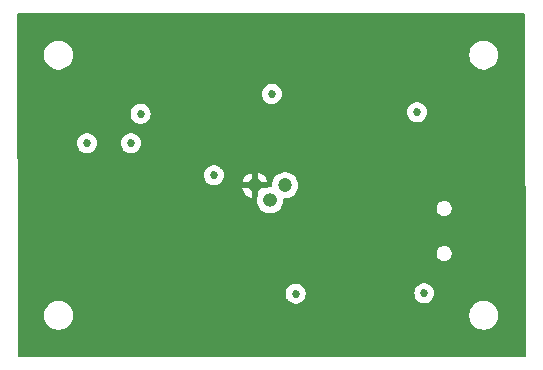
<source format=gbr>
%TF.GenerationSoftware,KiCad,Pcbnew,8.0.2*%
%TF.CreationDate,2025-01-07T16:45:10-05:00*%
%TF.ProjectId,Transimpedence,5472616e-7369-46d7-9065-64656e63652e,rev?*%
%TF.SameCoordinates,Original*%
%TF.FileFunction,Copper,L2,Inr*%
%TF.FilePolarity,Positive*%
%FSLAX46Y46*%
G04 Gerber Fmt 4.6, Leading zero omitted, Abs format (unit mm)*
G04 Created by KiCad (PCBNEW 8.0.2) date 2025-01-07 16:45:10*
%MOMM*%
%LPD*%
G01*
G04 APERTURE LIST*
%TA.AperFunction,ComponentPad*%
%ADD10O,1.200000X1.200000*%
%TD*%
%TA.AperFunction,ComponentPad*%
%ADD11C,1.200000*%
%TD*%
%TA.AperFunction,ViaPad*%
%ADD12C,0.685800*%
%TD*%
G04 APERTURE END LIST*
D10*
%TO.N,GND*%
%TO.C,LD1*%
X40640000Y-35001200D03*
D11*
%TO.N,Net-(U1B--)*%
X43180000Y-35001200D03*
D10*
%TO.N,1.65V*%
X41910000Y-36271200D03*
%TD*%
D12*
%TO.N,GND*%
X54356000Y-26756488D03*
X46990000Y-38862000D03*
X50038000Y-38862000D03*
X26339800Y-33528000D03*
X48514000Y-38862000D03*
X31719448Y-32565276D03*
%TO.N,3.3V*%
X30125000Y-31450000D03*
X54356000Y-28829000D03*
X26390600Y-31445200D03*
X44069000Y-44170600D03*
X37134800Y-34163000D03*
X42050000Y-27275000D03*
X30940125Y-28956000D03*
X54965600Y-44145200D03*
%TD*%
%TA.AperFunction,Conductor*%
%TO.N,GND*%
G36*
X63420623Y-20424085D02*
G01*
X63466378Y-20476889D01*
X63477583Y-20527975D01*
X63576732Y-49429975D01*
X63557278Y-49497081D01*
X63504631Y-49543017D01*
X63452733Y-49554400D01*
X20700734Y-49554400D01*
X20633695Y-49534715D01*
X20587940Y-49481911D01*
X20576735Y-49430825D01*
X20567172Y-46643349D01*
X20564634Y-45903388D01*
X22772500Y-45903388D01*
X22772500Y-46096611D01*
X22802725Y-46287441D01*
X22862429Y-46471194D01*
X22950147Y-46643349D01*
X23063715Y-46799663D01*
X23200336Y-46936284D01*
X23356650Y-47049852D01*
X23528805Y-47137570D01*
X23620681Y-47167422D01*
X23712560Y-47197275D01*
X23800943Y-47211273D01*
X23903389Y-47227500D01*
X23903394Y-47227500D01*
X24096611Y-47227500D01*
X24189123Y-47212846D01*
X24287440Y-47197275D01*
X24471197Y-47137569D01*
X24643350Y-47049852D01*
X24799663Y-46936285D01*
X24936285Y-46799663D01*
X25049852Y-46643350D01*
X25137569Y-46471197D01*
X25197275Y-46287440D01*
X25212846Y-46189123D01*
X25227500Y-46096611D01*
X25227500Y-45903388D01*
X58772500Y-45903388D01*
X58772500Y-46096611D01*
X58802725Y-46287441D01*
X58862429Y-46471194D01*
X58950147Y-46643349D01*
X59063715Y-46799663D01*
X59200336Y-46936284D01*
X59356650Y-47049852D01*
X59528805Y-47137570D01*
X59620681Y-47167422D01*
X59712560Y-47197275D01*
X59800943Y-47211273D01*
X59903389Y-47227500D01*
X59903394Y-47227500D01*
X60096611Y-47227500D01*
X60189123Y-47212846D01*
X60287440Y-47197275D01*
X60471197Y-47137569D01*
X60643350Y-47049852D01*
X60799663Y-46936285D01*
X60936285Y-46799663D01*
X61049852Y-46643350D01*
X61137569Y-46471197D01*
X61197275Y-46287440D01*
X61212846Y-46189123D01*
X61227500Y-46096611D01*
X61227500Y-45903388D01*
X61209916Y-45792373D01*
X61197275Y-45712560D01*
X61137569Y-45528803D01*
X61049852Y-45356650D01*
X60936285Y-45200337D01*
X60799663Y-45063715D01*
X60680499Y-44977138D01*
X60643349Y-44950147D01*
X60471194Y-44862429D01*
X60287441Y-44802725D01*
X60096611Y-44772500D01*
X60096606Y-44772500D01*
X59903394Y-44772500D01*
X59903389Y-44772500D01*
X59712558Y-44802725D01*
X59528805Y-44862429D01*
X59356650Y-44950147D01*
X59200336Y-45063715D01*
X59063715Y-45200336D01*
X58950147Y-45356650D01*
X58862429Y-45528805D01*
X58802725Y-45712558D01*
X58772500Y-45903388D01*
X25227500Y-45903388D01*
X25209916Y-45792373D01*
X25197275Y-45712560D01*
X25137569Y-45528803D01*
X25049852Y-45356650D01*
X24936285Y-45200337D01*
X24799663Y-45063715D01*
X24680499Y-44977138D01*
X24643349Y-44950147D01*
X24471194Y-44862429D01*
X24287441Y-44802725D01*
X24096611Y-44772500D01*
X24096606Y-44772500D01*
X23903394Y-44772500D01*
X23903389Y-44772500D01*
X23712558Y-44802725D01*
X23528805Y-44862429D01*
X23356650Y-44950147D01*
X23200336Y-45063715D01*
X23063715Y-45200336D01*
X22950147Y-45356650D01*
X22862429Y-45528805D01*
X22802725Y-45712558D01*
X22772500Y-45903388D01*
X20564634Y-45903388D01*
X20558690Y-44170600D01*
X43220954Y-44170600D01*
X43239486Y-44346920D01*
X43239487Y-44346922D01*
X43294271Y-44515533D01*
X43294272Y-44515534D01*
X43367450Y-44642282D01*
X43382916Y-44669069D01*
X43430414Y-44721821D01*
X43501543Y-44800819D01*
X43529973Y-44821474D01*
X43644977Y-44905029D01*
X43806933Y-44977138D01*
X43806936Y-44977138D01*
X43806939Y-44977140D01*
X43980355Y-45014000D01*
X44157645Y-45014000D01*
X44331061Y-44977140D01*
X44331064Y-44977138D01*
X44331066Y-44977138D01*
X44363869Y-44962532D01*
X44493023Y-44905029D01*
X44636454Y-44800821D01*
X44755084Y-44669069D01*
X44843729Y-44515531D01*
X44898514Y-44346919D01*
X44917046Y-44170600D01*
X44914376Y-44145200D01*
X54117554Y-44145200D01*
X54136086Y-44321520D01*
X54136087Y-44321522D01*
X54190871Y-44490133D01*
X54190872Y-44490134D01*
X54205537Y-44515534D01*
X54279516Y-44643669D01*
X54327014Y-44696421D01*
X54398143Y-44775419D01*
X54398146Y-44775421D01*
X54541577Y-44879629D01*
X54703533Y-44951738D01*
X54703536Y-44951738D01*
X54703539Y-44951740D01*
X54876955Y-44988600D01*
X55054245Y-44988600D01*
X55227661Y-44951740D01*
X55227664Y-44951738D01*
X55227666Y-44951738D01*
X55260469Y-44937132D01*
X55389623Y-44879629D01*
X55533054Y-44775421D01*
X55651684Y-44643669D01*
X55740329Y-44490131D01*
X55795114Y-44321519D01*
X55813646Y-44145200D01*
X55795114Y-43968881D01*
X55740329Y-43800269D01*
X55740328Y-43800268D01*
X55740328Y-43800266D01*
X55740327Y-43800265D01*
X55666349Y-43672132D01*
X55651684Y-43646731D01*
X55598277Y-43587417D01*
X55533056Y-43514980D01*
X55424582Y-43436170D01*
X55389623Y-43410771D01*
X55389621Y-43410770D01*
X55389622Y-43410770D01*
X55227666Y-43338661D01*
X55227658Y-43338659D01*
X55054245Y-43301800D01*
X54876955Y-43301800D01*
X54703541Y-43338659D01*
X54703533Y-43338661D01*
X54541578Y-43410770D01*
X54398143Y-43514980D01*
X54279515Y-43646732D01*
X54190872Y-43800265D01*
X54190871Y-43800266D01*
X54136087Y-43968877D01*
X54136086Y-43968879D01*
X54117554Y-44145200D01*
X44914376Y-44145200D01*
X44898514Y-43994281D01*
X44843729Y-43825669D01*
X44843728Y-43825668D01*
X44843728Y-43825666D01*
X44843727Y-43825665D01*
X44812798Y-43772095D01*
X44755084Y-43672131D01*
X44701677Y-43612817D01*
X44636456Y-43540380D01*
X44564738Y-43488275D01*
X44493023Y-43436171D01*
X44493021Y-43436170D01*
X44493022Y-43436170D01*
X44331066Y-43364061D01*
X44331058Y-43364059D01*
X44157645Y-43327200D01*
X43980355Y-43327200D01*
X43806941Y-43364059D01*
X43806933Y-43364061D01*
X43644978Y-43436170D01*
X43501543Y-43540380D01*
X43382915Y-43672132D01*
X43294272Y-43825665D01*
X43294271Y-43825666D01*
X43239487Y-43994277D01*
X43239486Y-43994279D01*
X43220954Y-44170600D01*
X20558690Y-44170600D01*
X20546798Y-40704207D01*
X56004500Y-40704207D01*
X56004500Y-40829792D01*
X56028996Y-40952944D01*
X56028999Y-40952955D01*
X56077050Y-41068963D01*
X56077057Y-41068976D01*
X56146820Y-41173382D01*
X56146823Y-41173386D01*
X56235613Y-41262176D01*
X56235617Y-41262179D01*
X56340023Y-41331942D01*
X56340036Y-41331949D01*
X56409640Y-41360779D01*
X56456048Y-41380002D01*
X56579207Y-41404499D01*
X56579211Y-41404500D01*
X56579212Y-41404500D01*
X56704789Y-41404500D01*
X56704790Y-41404499D01*
X56827952Y-41380002D01*
X56943970Y-41331946D01*
X57048383Y-41262179D01*
X57137179Y-41173383D01*
X57206946Y-41068970D01*
X57255002Y-40952952D01*
X57279500Y-40829788D01*
X57279500Y-40704212D01*
X57255002Y-40581048D01*
X57235779Y-40534640D01*
X57206949Y-40465036D01*
X57206942Y-40465023D01*
X57137179Y-40360617D01*
X57137176Y-40360613D01*
X57048386Y-40271823D01*
X57048382Y-40271820D01*
X56943976Y-40202057D01*
X56943963Y-40202050D01*
X56827955Y-40153999D01*
X56827953Y-40153998D01*
X56827952Y-40153998D01*
X56827949Y-40153997D01*
X56827944Y-40153996D01*
X56704792Y-40129500D01*
X56704788Y-40129500D01*
X56579212Y-40129500D01*
X56579207Y-40129500D01*
X56456055Y-40153996D01*
X56456044Y-40153999D01*
X56340036Y-40202050D01*
X56340023Y-40202057D01*
X56235617Y-40271820D01*
X56235613Y-40271823D01*
X56146823Y-40360613D01*
X56146820Y-40360617D01*
X56077057Y-40465023D01*
X56077050Y-40465036D01*
X56028999Y-40581044D01*
X56028996Y-40581055D01*
X56004500Y-40704207D01*
X20546798Y-40704207D01*
X20532287Y-36474282D01*
X20531590Y-36271199D01*
X40804785Y-36271199D01*
X40804785Y-36271200D01*
X40823602Y-36474282D01*
X40879417Y-36670447D01*
X40879422Y-36670460D01*
X40970327Y-36853021D01*
X41093237Y-37015781D01*
X41243958Y-37153180D01*
X41243960Y-37153182D01*
X41343141Y-37214592D01*
X41417363Y-37260548D01*
X41607544Y-37334224D01*
X41808024Y-37371700D01*
X41808026Y-37371700D01*
X42011974Y-37371700D01*
X42011976Y-37371700D01*
X42212456Y-37334224D01*
X42402637Y-37260548D01*
X42576041Y-37153181D01*
X42726764Y-37015779D01*
X42818571Y-36894207D01*
X56004500Y-36894207D01*
X56004500Y-37019792D01*
X56028996Y-37142944D01*
X56028999Y-37142955D01*
X56077050Y-37258963D01*
X56077057Y-37258976D01*
X56146820Y-37363382D01*
X56146823Y-37363386D01*
X56235613Y-37452176D01*
X56235617Y-37452179D01*
X56340023Y-37521942D01*
X56340036Y-37521949D01*
X56409640Y-37550779D01*
X56456048Y-37570002D01*
X56579207Y-37594499D01*
X56579211Y-37594500D01*
X56579212Y-37594500D01*
X56704789Y-37594500D01*
X56704790Y-37594499D01*
X56827952Y-37570002D01*
X56943970Y-37521946D01*
X57048383Y-37452179D01*
X57137179Y-37363383D01*
X57206946Y-37258970D01*
X57255002Y-37142952D01*
X57279500Y-37019788D01*
X57279500Y-36894212D01*
X57255002Y-36771048D01*
X57235779Y-36724640D01*
X57206949Y-36655036D01*
X57206942Y-36655023D01*
X57137179Y-36550617D01*
X57137176Y-36550613D01*
X57048386Y-36461823D01*
X57048382Y-36461820D01*
X56943976Y-36392057D01*
X56943963Y-36392050D01*
X56827955Y-36343999D01*
X56827953Y-36343998D01*
X56827952Y-36343998D01*
X56827949Y-36343997D01*
X56827944Y-36343996D01*
X56704792Y-36319500D01*
X56704788Y-36319500D01*
X56579212Y-36319500D01*
X56579207Y-36319500D01*
X56456055Y-36343996D01*
X56456044Y-36343999D01*
X56340036Y-36392050D01*
X56340023Y-36392057D01*
X56235617Y-36461820D01*
X56235613Y-36461823D01*
X56146823Y-36550613D01*
X56146820Y-36550617D01*
X56077057Y-36655023D01*
X56077050Y-36655036D01*
X56028999Y-36771044D01*
X56028996Y-36771055D01*
X56004500Y-36894207D01*
X42818571Y-36894207D01*
X42849673Y-36853021D01*
X42940582Y-36670450D01*
X42996397Y-36474283D01*
X43015215Y-36271200D01*
X43012059Y-36237141D01*
X43025474Y-36168572D01*
X43073831Y-36118140D01*
X43135530Y-36101700D01*
X43281974Y-36101700D01*
X43281976Y-36101700D01*
X43482456Y-36064224D01*
X43672637Y-35990548D01*
X43846041Y-35883181D01*
X43996764Y-35745779D01*
X44119673Y-35583021D01*
X44210582Y-35400450D01*
X44266397Y-35204283D01*
X44285215Y-35001200D01*
X44266397Y-34798117D01*
X44210582Y-34601950D01*
X44119673Y-34419379D01*
X43996764Y-34256621D01*
X43996762Y-34256618D01*
X43846041Y-34119219D01*
X43846039Y-34119217D01*
X43672642Y-34011855D01*
X43672635Y-34011851D01*
X43483700Y-33938658D01*
X43482456Y-33938176D01*
X43281976Y-33900700D01*
X43078024Y-33900700D01*
X42877544Y-33938176D01*
X42877541Y-33938176D01*
X42877541Y-33938177D01*
X42687364Y-34011851D01*
X42687357Y-34011855D01*
X42513960Y-34119217D01*
X42513958Y-34119219D01*
X42363237Y-34256618D01*
X42240327Y-34419378D01*
X42149422Y-34601939D01*
X42149417Y-34601952D01*
X42093602Y-34798117D01*
X42074785Y-35001199D01*
X42074785Y-35001200D01*
X42077941Y-35035259D01*
X42064526Y-35103828D01*
X42016169Y-35154260D01*
X41954470Y-35170700D01*
X41808024Y-35170700D01*
X41656739Y-35198979D01*
X41607538Y-35208177D01*
X41518097Y-35242827D01*
X41473304Y-35251200D01*
X40890000Y-35251200D01*
X40890000Y-35821533D01*
X40879601Y-35865866D01*
X40881491Y-35866598D01*
X40879419Y-35871946D01*
X40823602Y-36068117D01*
X40804785Y-36271199D01*
X20531590Y-36271199D01*
X20528091Y-35251200D01*
X39567472Y-35251200D01*
X39609885Y-35400265D01*
X39609890Y-35400278D01*
X39700754Y-35582756D01*
X39823608Y-35745442D01*
X39974260Y-35882778D01*
X40147584Y-35990097D01*
X40337678Y-36063739D01*
X40390000Y-36073520D01*
X40390000Y-35251200D01*
X39567472Y-35251200D01*
X20528091Y-35251200D01*
X20524358Y-34163000D01*
X36286754Y-34163000D01*
X36305286Y-34339320D01*
X36305287Y-34339322D01*
X36360071Y-34507933D01*
X36360072Y-34507934D01*
X36414346Y-34601939D01*
X36448716Y-34661469D01*
X36496214Y-34714221D01*
X36567343Y-34793219D01*
X36567346Y-34793221D01*
X36710777Y-34897429D01*
X36872733Y-34969538D01*
X36872736Y-34969538D01*
X36872739Y-34969540D01*
X37046155Y-35006400D01*
X37223445Y-35006400D01*
X37396861Y-34969540D01*
X37396864Y-34969538D01*
X37396866Y-34969538D01*
X37429242Y-34955122D01*
X40290000Y-34955122D01*
X40290000Y-35047278D01*
X40313852Y-35136295D01*
X40359930Y-35216105D01*
X40425095Y-35281270D01*
X40504905Y-35327348D01*
X40593922Y-35351200D01*
X40686078Y-35351200D01*
X40775095Y-35327348D01*
X40854905Y-35281270D01*
X40920070Y-35216105D01*
X40966148Y-35136295D01*
X40990000Y-35047278D01*
X40990000Y-34955122D01*
X40966148Y-34866105D01*
X40920070Y-34786295D01*
X40854905Y-34721130D01*
X40775095Y-34675052D01*
X40686078Y-34651200D01*
X40593922Y-34651200D01*
X40504905Y-34675052D01*
X40425095Y-34721130D01*
X40359930Y-34786295D01*
X40313852Y-34866105D01*
X40290000Y-34955122D01*
X37429242Y-34955122D01*
X37429669Y-34954932D01*
X37558823Y-34897429D01*
X37702254Y-34793221D01*
X37740091Y-34751199D01*
X39567471Y-34751199D01*
X39567472Y-34751200D01*
X40390000Y-34751200D01*
X40390000Y-33928879D01*
X40890000Y-33928879D01*
X40890000Y-34751200D01*
X41712528Y-34751200D01*
X41712528Y-34751199D01*
X41670114Y-34602134D01*
X41670109Y-34602121D01*
X41579245Y-34419643D01*
X41456391Y-34256957D01*
X41305739Y-34119621D01*
X41132413Y-34012301D01*
X40942315Y-33938658D01*
X40942309Y-33938656D01*
X40890001Y-33928877D01*
X40890000Y-33928879D01*
X40390000Y-33928879D01*
X40389998Y-33928877D01*
X40337690Y-33938656D01*
X40337684Y-33938658D01*
X40147586Y-34012301D01*
X39974260Y-34119621D01*
X39823608Y-34256957D01*
X39700754Y-34419643D01*
X39609890Y-34602121D01*
X39609885Y-34602134D01*
X39567471Y-34751199D01*
X37740091Y-34751199D01*
X37820884Y-34661469D01*
X37909529Y-34507931D01*
X37964314Y-34339319D01*
X37982846Y-34163000D01*
X37964314Y-33986681D01*
X37909529Y-33818069D01*
X37909528Y-33818068D01*
X37909528Y-33818066D01*
X37909527Y-33818065D01*
X37878598Y-33764495D01*
X37820884Y-33664531D01*
X37767477Y-33605217D01*
X37702256Y-33532780D01*
X37630538Y-33480675D01*
X37558823Y-33428571D01*
X37558821Y-33428570D01*
X37558822Y-33428570D01*
X37396866Y-33356461D01*
X37396858Y-33356459D01*
X37223445Y-33319600D01*
X37046155Y-33319600D01*
X36872741Y-33356459D01*
X36872733Y-33356461D01*
X36710778Y-33428570D01*
X36567343Y-33532780D01*
X36448715Y-33664532D01*
X36360072Y-33818065D01*
X36360071Y-33818066D01*
X36305287Y-33986677D01*
X36305286Y-33986679D01*
X36286754Y-34163000D01*
X20524358Y-34163000D01*
X20515035Y-31445200D01*
X25542554Y-31445200D01*
X25561086Y-31621520D01*
X25561087Y-31621522D01*
X25615871Y-31790133D01*
X25615872Y-31790134D01*
X25689050Y-31916882D01*
X25704516Y-31943669D01*
X25752014Y-31996421D01*
X25823143Y-32075419D01*
X25851573Y-32096074D01*
X25966577Y-32179629D01*
X26128533Y-32251738D01*
X26128536Y-32251738D01*
X26128539Y-32251740D01*
X26301955Y-32288600D01*
X26479245Y-32288600D01*
X26652661Y-32251740D01*
X26652664Y-32251738D01*
X26652666Y-32251738D01*
X26685469Y-32237132D01*
X26814623Y-32179629D01*
X26958054Y-32075421D01*
X27076684Y-31943669D01*
X27165329Y-31790131D01*
X27220114Y-31621519D01*
X27238141Y-31450000D01*
X29276954Y-31450000D01*
X29295486Y-31626320D01*
X29295487Y-31626322D01*
X29350271Y-31794933D01*
X29350272Y-31794934D01*
X29423450Y-31921682D01*
X29438916Y-31948469D01*
X29486414Y-32001221D01*
X29557543Y-32080219D01*
X29557546Y-32080221D01*
X29700977Y-32184429D01*
X29862933Y-32256538D01*
X29862936Y-32256538D01*
X29862939Y-32256540D01*
X30036355Y-32293400D01*
X30213645Y-32293400D01*
X30387061Y-32256540D01*
X30387064Y-32256538D01*
X30387066Y-32256538D01*
X30419869Y-32241932D01*
X30549023Y-32184429D01*
X30692454Y-32080221D01*
X30811084Y-31948469D01*
X30899729Y-31794931D01*
X30954514Y-31626319D01*
X30973046Y-31450000D01*
X30954514Y-31273681D01*
X30899729Y-31105069D01*
X30899728Y-31105068D01*
X30899728Y-31105066D01*
X30899727Y-31105065D01*
X30868798Y-31051495D01*
X30811084Y-30951531D01*
X30757677Y-30892217D01*
X30692456Y-30819780D01*
X30620738Y-30767675D01*
X30549023Y-30715571D01*
X30549021Y-30715570D01*
X30549022Y-30715570D01*
X30387066Y-30643461D01*
X30387058Y-30643459D01*
X30213645Y-30606600D01*
X30036355Y-30606600D01*
X29862941Y-30643459D01*
X29862933Y-30643461D01*
X29700978Y-30715570D01*
X29557543Y-30819780D01*
X29438915Y-30951532D01*
X29350272Y-31105065D01*
X29350271Y-31105066D01*
X29295487Y-31273677D01*
X29295486Y-31273679D01*
X29276954Y-31450000D01*
X27238141Y-31450000D01*
X27238646Y-31445200D01*
X27220114Y-31268881D01*
X27165329Y-31100269D01*
X27165328Y-31100268D01*
X27165328Y-31100266D01*
X27165327Y-31100265D01*
X27134398Y-31046695D01*
X27076684Y-30946731D01*
X27023277Y-30887417D01*
X26958056Y-30814980D01*
X26886338Y-30762875D01*
X26814623Y-30710771D01*
X26814621Y-30710770D01*
X26814622Y-30710770D01*
X26652666Y-30638661D01*
X26652658Y-30638659D01*
X26479245Y-30601800D01*
X26301955Y-30601800D01*
X26128541Y-30638659D01*
X26128533Y-30638661D01*
X25966578Y-30710770D01*
X25823143Y-30814980D01*
X25704515Y-30946732D01*
X25615872Y-31100265D01*
X25615871Y-31100266D01*
X25561087Y-31268877D01*
X25561086Y-31268879D01*
X25542554Y-31445200D01*
X20515035Y-31445200D01*
X20506496Y-28956000D01*
X30092079Y-28956000D01*
X30110611Y-29132320D01*
X30110612Y-29132322D01*
X30165396Y-29300933D01*
X30165397Y-29300934D01*
X30238575Y-29427682D01*
X30254041Y-29454469D01*
X30258320Y-29459221D01*
X30372668Y-29586219D01*
X30372671Y-29586221D01*
X30516102Y-29690429D01*
X30678058Y-29762538D01*
X30678061Y-29762538D01*
X30678064Y-29762540D01*
X30851480Y-29799400D01*
X31028770Y-29799400D01*
X31202186Y-29762540D01*
X31202189Y-29762538D01*
X31202191Y-29762538D01*
X31234994Y-29747932D01*
X31364148Y-29690429D01*
X31507579Y-29586221D01*
X31626209Y-29454469D01*
X31714854Y-29300931D01*
X31769639Y-29132319D01*
X31788171Y-28956000D01*
X31774823Y-28829000D01*
X53507954Y-28829000D01*
X53526486Y-29005320D01*
X53526487Y-29005322D01*
X53581271Y-29173933D01*
X53581272Y-29173934D01*
X53654450Y-29300682D01*
X53669916Y-29327469D01*
X53717414Y-29380221D01*
X53788543Y-29459219D01*
X53788546Y-29459221D01*
X53931977Y-29563429D01*
X54093933Y-29635538D01*
X54093936Y-29635538D01*
X54093939Y-29635540D01*
X54267355Y-29672400D01*
X54444645Y-29672400D01*
X54618061Y-29635540D01*
X54618064Y-29635538D01*
X54618066Y-29635538D01*
X54650869Y-29620932D01*
X54780023Y-29563429D01*
X54923454Y-29459221D01*
X55042084Y-29327469D01*
X55130729Y-29173931D01*
X55185514Y-29005319D01*
X55204046Y-28829000D01*
X55185514Y-28652681D01*
X55130729Y-28484069D01*
X55130728Y-28484068D01*
X55130728Y-28484066D01*
X55130727Y-28484065D01*
X55099798Y-28430495D01*
X55042084Y-28330531D01*
X54988677Y-28271217D01*
X54923456Y-28198780D01*
X54812821Y-28118400D01*
X54780023Y-28094571D01*
X54780021Y-28094570D01*
X54780022Y-28094570D01*
X54618066Y-28022461D01*
X54618058Y-28022459D01*
X54444645Y-27985600D01*
X54267355Y-27985600D01*
X54093941Y-28022459D01*
X54093933Y-28022461D01*
X53931978Y-28094570D01*
X53788543Y-28198780D01*
X53669915Y-28330532D01*
X53581272Y-28484065D01*
X53581271Y-28484066D01*
X53526487Y-28652677D01*
X53526486Y-28652679D01*
X53507954Y-28829000D01*
X31774823Y-28829000D01*
X31769639Y-28779681D01*
X31714854Y-28611069D01*
X31714853Y-28611068D01*
X31714853Y-28611066D01*
X31714852Y-28611065D01*
X31683923Y-28557495D01*
X31626209Y-28457531D01*
X31572802Y-28398217D01*
X31507581Y-28325780D01*
X31435863Y-28273675D01*
X31364148Y-28221571D01*
X31364146Y-28221570D01*
X31364147Y-28221570D01*
X31202191Y-28149461D01*
X31202183Y-28149459D01*
X31028770Y-28112600D01*
X30851480Y-28112600D01*
X30678066Y-28149459D01*
X30678058Y-28149461D01*
X30516103Y-28221570D01*
X30372668Y-28325780D01*
X30254040Y-28457532D01*
X30165397Y-28611065D01*
X30165396Y-28611066D01*
X30110612Y-28779677D01*
X30110611Y-28779679D01*
X30092079Y-28956000D01*
X20506496Y-28956000D01*
X20500729Y-27275000D01*
X41201954Y-27275000D01*
X41220486Y-27451320D01*
X41220487Y-27451322D01*
X41275271Y-27619933D01*
X41275272Y-27619934D01*
X41348450Y-27746682D01*
X41363916Y-27773469D01*
X41411414Y-27826221D01*
X41482543Y-27905219D01*
X41482546Y-27905221D01*
X41625977Y-28009429D01*
X41787933Y-28081538D01*
X41787936Y-28081538D01*
X41787939Y-28081540D01*
X41961355Y-28118400D01*
X42138645Y-28118400D01*
X42312061Y-28081540D01*
X42312064Y-28081538D01*
X42312066Y-28081538D01*
X42344869Y-28066932D01*
X42474023Y-28009429D01*
X42617454Y-27905221D01*
X42736084Y-27773469D01*
X42824729Y-27619931D01*
X42879514Y-27451319D01*
X42898046Y-27275000D01*
X42879514Y-27098681D01*
X42824729Y-26930069D01*
X42824728Y-26930068D01*
X42824728Y-26930066D01*
X42824727Y-26930065D01*
X42793798Y-26876495D01*
X42736084Y-26776531D01*
X42682677Y-26717217D01*
X42617456Y-26644780D01*
X42545738Y-26592675D01*
X42474023Y-26540571D01*
X42474021Y-26540570D01*
X42474022Y-26540570D01*
X42312066Y-26468461D01*
X42312058Y-26468459D01*
X42138645Y-26431600D01*
X41961355Y-26431600D01*
X41787941Y-26468459D01*
X41787933Y-26468461D01*
X41625978Y-26540570D01*
X41482543Y-26644780D01*
X41363915Y-26776532D01*
X41275272Y-26930065D01*
X41275271Y-26930066D01*
X41220487Y-27098677D01*
X41220486Y-27098679D01*
X41201954Y-27275000D01*
X20500729Y-27275000D01*
X20489086Y-23880988D01*
X22772500Y-23880988D01*
X22772500Y-24074211D01*
X22802725Y-24265041D01*
X22862429Y-24448794D01*
X22950147Y-24620949D01*
X23063715Y-24777263D01*
X23200336Y-24913884D01*
X23356650Y-25027452D01*
X23528805Y-25115170D01*
X23620681Y-25145022D01*
X23712560Y-25174875D01*
X23800943Y-25188873D01*
X23903389Y-25205100D01*
X23903394Y-25205100D01*
X24096611Y-25205100D01*
X24189123Y-25190446D01*
X24287440Y-25174875D01*
X24471197Y-25115169D01*
X24643350Y-25027452D01*
X24799663Y-24913885D01*
X24936285Y-24777263D01*
X25049852Y-24620950D01*
X25137569Y-24448797D01*
X25197275Y-24265040D01*
X25212846Y-24166723D01*
X25227500Y-24074211D01*
X25227500Y-23880988D01*
X58772500Y-23880988D01*
X58772500Y-24074211D01*
X58802725Y-24265041D01*
X58862429Y-24448794D01*
X58950147Y-24620949D01*
X59063715Y-24777263D01*
X59200336Y-24913884D01*
X59356650Y-25027452D01*
X59528805Y-25115170D01*
X59620681Y-25145022D01*
X59712560Y-25174875D01*
X59800943Y-25188873D01*
X59903389Y-25205100D01*
X59903394Y-25205100D01*
X60096611Y-25205100D01*
X60189123Y-25190446D01*
X60287440Y-25174875D01*
X60471197Y-25115169D01*
X60643350Y-25027452D01*
X60799663Y-24913885D01*
X60936285Y-24777263D01*
X61049852Y-24620950D01*
X61137569Y-24448797D01*
X61197275Y-24265040D01*
X61212846Y-24166723D01*
X61227500Y-24074211D01*
X61227500Y-23880988D01*
X61209916Y-23769973D01*
X61197275Y-23690160D01*
X61137569Y-23506403D01*
X61049852Y-23334250D01*
X60936285Y-23177937D01*
X60799663Y-23041315D01*
X60643350Y-22927748D01*
X60643351Y-22927748D01*
X60643349Y-22927747D01*
X60471194Y-22840029D01*
X60287441Y-22780325D01*
X60096611Y-22750100D01*
X60096606Y-22750100D01*
X59903394Y-22750100D01*
X59903389Y-22750100D01*
X59712558Y-22780325D01*
X59528805Y-22840029D01*
X59356650Y-22927747D01*
X59200336Y-23041315D01*
X59063715Y-23177936D01*
X58950147Y-23334250D01*
X58862429Y-23506405D01*
X58802725Y-23690158D01*
X58772500Y-23880988D01*
X25227500Y-23880988D01*
X25209916Y-23769973D01*
X25197275Y-23690160D01*
X25137569Y-23506403D01*
X25049852Y-23334250D01*
X24936285Y-23177937D01*
X24799663Y-23041315D01*
X24643350Y-22927748D01*
X24643351Y-22927748D01*
X24643349Y-22927747D01*
X24471194Y-22840029D01*
X24287441Y-22780325D01*
X24096611Y-22750100D01*
X24096606Y-22750100D01*
X23903394Y-22750100D01*
X23903389Y-22750100D01*
X23712558Y-22780325D01*
X23528805Y-22840029D01*
X23356650Y-22927747D01*
X23200336Y-23041315D01*
X23063715Y-23177936D01*
X22950147Y-23334250D01*
X22862429Y-23506405D01*
X22802725Y-23690158D01*
X22772500Y-23880988D01*
X20489086Y-23880988D01*
X20477586Y-20528825D01*
X20497040Y-20461719D01*
X20549687Y-20415783D01*
X20601585Y-20404400D01*
X63353584Y-20404400D01*
X63420623Y-20424085D01*
G37*
%TD.AperFunction*%
%TD*%
%TA.AperFunction,Conductor*%
%TO.N,GND*%
G36*
X63420623Y-20424085D02*
G01*
X63466378Y-20476889D01*
X63477583Y-20527975D01*
X63576732Y-49429975D01*
X63557278Y-49497081D01*
X63504631Y-49543017D01*
X63452733Y-49554400D01*
X20700734Y-49554400D01*
X20633695Y-49534715D01*
X20587940Y-49481911D01*
X20576735Y-49430825D01*
X20567172Y-46643349D01*
X20564634Y-45903388D01*
X22772500Y-45903388D01*
X22772500Y-46096611D01*
X22802725Y-46287441D01*
X22862429Y-46471194D01*
X22950147Y-46643349D01*
X23063715Y-46799663D01*
X23200336Y-46936284D01*
X23356650Y-47049852D01*
X23528805Y-47137570D01*
X23620681Y-47167422D01*
X23712560Y-47197275D01*
X23800943Y-47211273D01*
X23903389Y-47227500D01*
X23903394Y-47227500D01*
X24096611Y-47227500D01*
X24189123Y-47212846D01*
X24287440Y-47197275D01*
X24471197Y-47137569D01*
X24643350Y-47049852D01*
X24799663Y-46936285D01*
X24936285Y-46799663D01*
X25049852Y-46643350D01*
X25137569Y-46471197D01*
X25197275Y-46287440D01*
X25212846Y-46189123D01*
X25227500Y-46096611D01*
X25227500Y-45903388D01*
X58772500Y-45903388D01*
X58772500Y-46096611D01*
X58802725Y-46287441D01*
X58862429Y-46471194D01*
X58950147Y-46643349D01*
X59063715Y-46799663D01*
X59200336Y-46936284D01*
X59356650Y-47049852D01*
X59528805Y-47137570D01*
X59620681Y-47167422D01*
X59712560Y-47197275D01*
X59800943Y-47211273D01*
X59903389Y-47227500D01*
X59903394Y-47227500D01*
X60096611Y-47227500D01*
X60189123Y-47212846D01*
X60287440Y-47197275D01*
X60471197Y-47137569D01*
X60643350Y-47049852D01*
X60799663Y-46936285D01*
X60936285Y-46799663D01*
X61049852Y-46643350D01*
X61137569Y-46471197D01*
X61197275Y-46287440D01*
X61212846Y-46189123D01*
X61227500Y-46096611D01*
X61227500Y-45903388D01*
X61209916Y-45792373D01*
X61197275Y-45712560D01*
X61137569Y-45528803D01*
X61049852Y-45356650D01*
X60936285Y-45200337D01*
X60799663Y-45063715D01*
X60680499Y-44977138D01*
X60643349Y-44950147D01*
X60471194Y-44862429D01*
X60287441Y-44802725D01*
X60096611Y-44772500D01*
X60096606Y-44772500D01*
X59903394Y-44772500D01*
X59903389Y-44772500D01*
X59712558Y-44802725D01*
X59528805Y-44862429D01*
X59356650Y-44950147D01*
X59200336Y-45063715D01*
X59063715Y-45200336D01*
X58950147Y-45356650D01*
X58862429Y-45528805D01*
X58802725Y-45712558D01*
X58772500Y-45903388D01*
X25227500Y-45903388D01*
X25209916Y-45792373D01*
X25197275Y-45712560D01*
X25137569Y-45528803D01*
X25049852Y-45356650D01*
X24936285Y-45200337D01*
X24799663Y-45063715D01*
X24680499Y-44977138D01*
X24643349Y-44950147D01*
X24471194Y-44862429D01*
X24287441Y-44802725D01*
X24096611Y-44772500D01*
X24096606Y-44772500D01*
X23903394Y-44772500D01*
X23903389Y-44772500D01*
X23712558Y-44802725D01*
X23528805Y-44862429D01*
X23356650Y-44950147D01*
X23200336Y-45063715D01*
X23063715Y-45200336D01*
X22950147Y-45356650D01*
X22862429Y-45528805D01*
X22802725Y-45712558D01*
X22772500Y-45903388D01*
X20564634Y-45903388D01*
X20558690Y-44170600D01*
X43220954Y-44170600D01*
X43239486Y-44346920D01*
X43239487Y-44346922D01*
X43294271Y-44515533D01*
X43294272Y-44515534D01*
X43367450Y-44642282D01*
X43382916Y-44669069D01*
X43430414Y-44721821D01*
X43501543Y-44800819D01*
X43529973Y-44821474D01*
X43644977Y-44905029D01*
X43806933Y-44977138D01*
X43806936Y-44977138D01*
X43806939Y-44977140D01*
X43980355Y-45014000D01*
X44157645Y-45014000D01*
X44331061Y-44977140D01*
X44331064Y-44977138D01*
X44331066Y-44977138D01*
X44363869Y-44962532D01*
X44493023Y-44905029D01*
X44636454Y-44800821D01*
X44755084Y-44669069D01*
X44843729Y-44515531D01*
X44898514Y-44346919D01*
X44917046Y-44170600D01*
X44914376Y-44145200D01*
X54117554Y-44145200D01*
X54136086Y-44321520D01*
X54136087Y-44321522D01*
X54190871Y-44490133D01*
X54190872Y-44490134D01*
X54205537Y-44515534D01*
X54279516Y-44643669D01*
X54327014Y-44696421D01*
X54398143Y-44775419D01*
X54398146Y-44775421D01*
X54541577Y-44879629D01*
X54703533Y-44951738D01*
X54703536Y-44951738D01*
X54703539Y-44951740D01*
X54876955Y-44988600D01*
X55054245Y-44988600D01*
X55227661Y-44951740D01*
X55227664Y-44951738D01*
X55227666Y-44951738D01*
X55260469Y-44937132D01*
X55389623Y-44879629D01*
X55533054Y-44775421D01*
X55651684Y-44643669D01*
X55740329Y-44490131D01*
X55795114Y-44321519D01*
X55813646Y-44145200D01*
X55795114Y-43968881D01*
X55740329Y-43800269D01*
X55740328Y-43800268D01*
X55740328Y-43800266D01*
X55740327Y-43800265D01*
X55666349Y-43672132D01*
X55651684Y-43646731D01*
X55598277Y-43587417D01*
X55533056Y-43514980D01*
X55424582Y-43436170D01*
X55389623Y-43410771D01*
X55389621Y-43410770D01*
X55389622Y-43410770D01*
X55227666Y-43338661D01*
X55227658Y-43338659D01*
X55054245Y-43301800D01*
X54876955Y-43301800D01*
X54703541Y-43338659D01*
X54703533Y-43338661D01*
X54541578Y-43410770D01*
X54398143Y-43514980D01*
X54279515Y-43646732D01*
X54190872Y-43800265D01*
X54190871Y-43800266D01*
X54136087Y-43968877D01*
X54136086Y-43968879D01*
X54117554Y-44145200D01*
X44914376Y-44145200D01*
X44898514Y-43994281D01*
X44843729Y-43825669D01*
X44843728Y-43825668D01*
X44843728Y-43825666D01*
X44843727Y-43825665D01*
X44812798Y-43772095D01*
X44755084Y-43672131D01*
X44701677Y-43612817D01*
X44636456Y-43540380D01*
X44564738Y-43488275D01*
X44493023Y-43436171D01*
X44493021Y-43436170D01*
X44493022Y-43436170D01*
X44331066Y-43364061D01*
X44331058Y-43364059D01*
X44157645Y-43327200D01*
X43980355Y-43327200D01*
X43806941Y-43364059D01*
X43806933Y-43364061D01*
X43644978Y-43436170D01*
X43501543Y-43540380D01*
X43382915Y-43672132D01*
X43294272Y-43825665D01*
X43294271Y-43825666D01*
X43239487Y-43994277D01*
X43239486Y-43994279D01*
X43220954Y-44170600D01*
X20558690Y-44170600D01*
X20546798Y-40704207D01*
X56004500Y-40704207D01*
X56004500Y-40829792D01*
X56028996Y-40952944D01*
X56028999Y-40952955D01*
X56077050Y-41068963D01*
X56077057Y-41068976D01*
X56146820Y-41173382D01*
X56146823Y-41173386D01*
X56235613Y-41262176D01*
X56235617Y-41262179D01*
X56340023Y-41331942D01*
X56340036Y-41331949D01*
X56409640Y-41360779D01*
X56456048Y-41380002D01*
X56579207Y-41404499D01*
X56579211Y-41404500D01*
X56579212Y-41404500D01*
X56704789Y-41404500D01*
X56704790Y-41404499D01*
X56827952Y-41380002D01*
X56943970Y-41331946D01*
X57048383Y-41262179D01*
X57137179Y-41173383D01*
X57206946Y-41068970D01*
X57255002Y-40952952D01*
X57279500Y-40829788D01*
X57279500Y-40704212D01*
X57255002Y-40581048D01*
X57235779Y-40534640D01*
X57206949Y-40465036D01*
X57206942Y-40465023D01*
X57137179Y-40360617D01*
X57137176Y-40360613D01*
X57048386Y-40271823D01*
X57048382Y-40271820D01*
X56943976Y-40202057D01*
X56943963Y-40202050D01*
X56827955Y-40153999D01*
X56827953Y-40153998D01*
X56827952Y-40153998D01*
X56827949Y-40153997D01*
X56827944Y-40153996D01*
X56704792Y-40129500D01*
X56704788Y-40129500D01*
X56579212Y-40129500D01*
X56579207Y-40129500D01*
X56456055Y-40153996D01*
X56456044Y-40153999D01*
X56340036Y-40202050D01*
X56340023Y-40202057D01*
X56235617Y-40271820D01*
X56235613Y-40271823D01*
X56146823Y-40360613D01*
X56146820Y-40360617D01*
X56077057Y-40465023D01*
X56077050Y-40465036D01*
X56028999Y-40581044D01*
X56028996Y-40581055D01*
X56004500Y-40704207D01*
X20546798Y-40704207D01*
X20532287Y-36474282D01*
X20531590Y-36271199D01*
X40804785Y-36271199D01*
X40804785Y-36271200D01*
X40823602Y-36474282D01*
X40879417Y-36670447D01*
X40879422Y-36670460D01*
X40970327Y-36853021D01*
X41093237Y-37015781D01*
X41243958Y-37153180D01*
X41243960Y-37153182D01*
X41343141Y-37214592D01*
X41417363Y-37260548D01*
X41607544Y-37334224D01*
X41808024Y-37371700D01*
X41808026Y-37371700D01*
X42011974Y-37371700D01*
X42011976Y-37371700D01*
X42212456Y-37334224D01*
X42402637Y-37260548D01*
X42576041Y-37153181D01*
X42726764Y-37015779D01*
X42818571Y-36894207D01*
X56004500Y-36894207D01*
X56004500Y-37019792D01*
X56028996Y-37142944D01*
X56028999Y-37142955D01*
X56077050Y-37258963D01*
X56077057Y-37258976D01*
X56146820Y-37363382D01*
X56146823Y-37363386D01*
X56235613Y-37452176D01*
X56235617Y-37452179D01*
X56340023Y-37521942D01*
X56340036Y-37521949D01*
X56409640Y-37550779D01*
X56456048Y-37570002D01*
X56579207Y-37594499D01*
X56579211Y-37594500D01*
X56579212Y-37594500D01*
X56704789Y-37594500D01*
X56704790Y-37594499D01*
X56827952Y-37570002D01*
X56943970Y-37521946D01*
X57048383Y-37452179D01*
X57137179Y-37363383D01*
X57206946Y-37258970D01*
X57255002Y-37142952D01*
X57279500Y-37019788D01*
X57279500Y-36894212D01*
X57255002Y-36771048D01*
X57235779Y-36724640D01*
X57206949Y-36655036D01*
X57206942Y-36655023D01*
X57137179Y-36550617D01*
X57137176Y-36550613D01*
X57048386Y-36461823D01*
X57048382Y-36461820D01*
X56943976Y-36392057D01*
X56943963Y-36392050D01*
X56827955Y-36343999D01*
X56827953Y-36343998D01*
X56827952Y-36343998D01*
X56827949Y-36343997D01*
X56827944Y-36343996D01*
X56704792Y-36319500D01*
X56704788Y-36319500D01*
X56579212Y-36319500D01*
X56579207Y-36319500D01*
X56456055Y-36343996D01*
X56456044Y-36343999D01*
X56340036Y-36392050D01*
X56340023Y-36392057D01*
X56235617Y-36461820D01*
X56235613Y-36461823D01*
X56146823Y-36550613D01*
X56146820Y-36550617D01*
X56077057Y-36655023D01*
X56077050Y-36655036D01*
X56028999Y-36771044D01*
X56028996Y-36771055D01*
X56004500Y-36894207D01*
X42818571Y-36894207D01*
X42849673Y-36853021D01*
X42940582Y-36670450D01*
X42996397Y-36474283D01*
X43015215Y-36271200D01*
X43012059Y-36237141D01*
X43025474Y-36168572D01*
X43073831Y-36118140D01*
X43135530Y-36101700D01*
X43281974Y-36101700D01*
X43281976Y-36101700D01*
X43482456Y-36064224D01*
X43672637Y-35990548D01*
X43846041Y-35883181D01*
X43996764Y-35745779D01*
X44119673Y-35583021D01*
X44210582Y-35400450D01*
X44266397Y-35204283D01*
X44285215Y-35001200D01*
X44266397Y-34798117D01*
X44210582Y-34601950D01*
X44119673Y-34419379D01*
X43996764Y-34256621D01*
X43996762Y-34256618D01*
X43846041Y-34119219D01*
X43846039Y-34119217D01*
X43672642Y-34011855D01*
X43672635Y-34011851D01*
X43483700Y-33938658D01*
X43482456Y-33938176D01*
X43281976Y-33900700D01*
X43078024Y-33900700D01*
X42877544Y-33938176D01*
X42877541Y-33938176D01*
X42877541Y-33938177D01*
X42687364Y-34011851D01*
X42687357Y-34011855D01*
X42513960Y-34119217D01*
X42513958Y-34119219D01*
X42363237Y-34256618D01*
X42240327Y-34419378D01*
X42149422Y-34601939D01*
X42149417Y-34601952D01*
X42093602Y-34798117D01*
X42074785Y-35001199D01*
X42074785Y-35001200D01*
X42077941Y-35035259D01*
X42064526Y-35103828D01*
X42016169Y-35154260D01*
X41954470Y-35170700D01*
X41808024Y-35170700D01*
X41656739Y-35198979D01*
X41607538Y-35208177D01*
X41518097Y-35242827D01*
X41473304Y-35251200D01*
X40890000Y-35251200D01*
X40890000Y-35821533D01*
X40879601Y-35865866D01*
X40881491Y-35866598D01*
X40879419Y-35871946D01*
X40823602Y-36068117D01*
X40804785Y-36271199D01*
X20531590Y-36271199D01*
X20528091Y-35251200D01*
X39567472Y-35251200D01*
X39609885Y-35400265D01*
X39609890Y-35400278D01*
X39700754Y-35582756D01*
X39823608Y-35745442D01*
X39974260Y-35882778D01*
X40147584Y-35990097D01*
X40337678Y-36063739D01*
X40390000Y-36073520D01*
X40390000Y-35251200D01*
X39567472Y-35251200D01*
X20528091Y-35251200D01*
X20524358Y-34163000D01*
X36286754Y-34163000D01*
X36305286Y-34339320D01*
X36305287Y-34339322D01*
X36360071Y-34507933D01*
X36360072Y-34507934D01*
X36414346Y-34601939D01*
X36448716Y-34661469D01*
X36496214Y-34714221D01*
X36567343Y-34793219D01*
X36567346Y-34793221D01*
X36710777Y-34897429D01*
X36872733Y-34969538D01*
X36872736Y-34969538D01*
X36872739Y-34969540D01*
X37046155Y-35006400D01*
X37223445Y-35006400D01*
X37396861Y-34969540D01*
X37396864Y-34969538D01*
X37396866Y-34969538D01*
X37429242Y-34955122D01*
X40290000Y-34955122D01*
X40290000Y-35047278D01*
X40313852Y-35136295D01*
X40359930Y-35216105D01*
X40425095Y-35281270D01*
X40504905Y-35327348D01*
X40593922Y-35351200D01*
X40686078Y-35351200D01*
X40775095Y-35327348D01*
X40854905Y-35281270D01*
X40920070Y-35216105D01*
X40966148Y-35136295D01*
X40990000Y-35047278D01*
X40990000Y-34955122D01*
X40966148Y-34866105D01*
X40920070Y-34786295D01*
X40854905Y-34721130D01*
X40775095Y-34675052D01*
X40686078Y-34651200D01*
X40593922Y-34651200D01*
X40504905Y-34675052D01*
X40425095Y-34721130D01*
X40359930Y-34786295D01*
X40313852Y-34866105D01*
X40290000Y-34955122D01*
X37429242Y-34955122D01*
X37429669Y-34954932D01*
X37558823Y-34897429D01*
X37702254Y-34793221D01*
X37740091Y-34751199D01*
X39567471Y-34751199D01*
X39567472Y-34751200D01*
X40390000Y-34751200D01*
X40390000Y-33928879D01*
X40890000Y-33928879D01*
X40890000Y-34751200D01*
X41712528Y-34751200D01*
X41712528Y-34751199D01*
X41670114Y-34602134D01*
X41670109Y-34602121D01*
X41579245Y-34419643D01*
X41456391Y-34256957D01*
X41305739Y-34119621D01*
X41132413Y-34012301D01*
X40942315Y-33938658D01*
X40942309Y-33938656D01*
X40890001Y-33928877D01*
X40890000Y-33928879D01*
X40390000Y-33928879D01*
X40389998Y-33928877D01*
X40337690Y-33938656D01*
X40337684Y-33938658D01*
X40147586Y-34012301D01*
X39974260Y-34119621D01*
X39823608Y-34256957D01*
X39700754Y-34419643D01*
X39609890Y-34602121D01*
X39609885Y-34602134D01*
X39567471Y-34751199D01*
X37740091Y-34751199D01*
X37820884Y-34661469D01*
X37909529Y-34507931D01*
X37964314Y-34339319D01*
X37982846Y-34163000D01*
X37964314Y-33986681D01*
X37909529Y-33818069D01*
X37909528Y-33818068D01*
X37909528Y-33818066D01*
X37909527Y-33818065D01*
X37878598Y-33764495D01*
X37820884Y-33664531D01*
X37767477Y-33605217D01*
X37702256Y-33532780D01*
X37630538Y-33480675D01*
X37558823Y-33428571D01*
X37558821Y-33428570D01*
X37558822Y-33428570D01*
X37396866Y-33356461D01*
X37396858Y-33356459D01*
X37223445Y-33319600D01*
X37046155Y-33319600D01*
X36872741Y-33356459D01*
X36872733Y-33356461D01*
X36710778Y-33428570D01*
X36567343Y-33532780D01*
X36448715Y-33664532D01*
X36360072Y-33818065D01*
X36360071Y-33818066D01*
X36305287Y-33986677D01*
X36305286Y-33986679D01*
X36286754Y-34163000D01*
X20524358Y-34163000D01*
X20515035Y-31445200D01*
X25542554Y-31445200D01*
X25561086Y-31621520D01*
X25561087Y-31621522D01*
X25615871Y-31790133D01*
X25615872Y-31790134D01*
X25689050Y-31916882D01*
X25704516Y-31943669D01*
X25752014Y-31996421D01*
X25823143Y-32075419D01*
X25851573Y-32096074D01*
X25966577Y-32179629D01*
X26128533Y-32251738D01*
X26128536Y-32251738D01*
X26128539Y-32251740D01*
X26301955Y-32288600D01*
X26479245Y-32288600D01*
X26652661Y-32251740D01*
X26652664Y-32251738D01*
X26652666Y-32251738D01*
X26685469Y-32237132D01*
X26814623Y-32179629D01*
X26958054Y-32075421D01*
X27076684Y-31943669D01*
X27165329Y-31790131D01*
X27220114Y-31621519D01*
X27238141Y-31450000D01*
X29276954Y-31450000D01*
X29295486Y-31626320D01*
X29295487Y-31626322D01*
X29350271Y-31794933D01*
X29350272Y-31794934D01*
X29423450Y-31921682D01*
X29438916Y-31948469D01*
X29486414Y-32001221D01*
X29557543Y-32080219D01*
X29557546Y-32080221D01*
X29700977Y-32184429D01*
X29862933Y-32256538D01*
X29862936Y-32256538D01*
X29862939Y-32256540D01*
X30036355Y-32293400D01*
X30213645Y-32293400D01*
X30387061Y-32256540D01*
X30387064Y-32256538D01*
X30387066Y-32256538D01*
X30419869Y-32241932D01*
X30549023Y-32184429D01*
X30692454Y-32080221D01*
X30811084Y-31948469D01*
X30899729Y-31794931D01*
X30954514Y-31626319D01*
X30973046Y-31450000D01*
X30954514Y-31273681D01*
X30899729Y-31105069D01*
X30899728Y-31105068D01*
X30899728Y-31105066D01*
X30899727Y-31105065D01*
X30868798Y-31051495D01*
X30811084Y-30951531D01*
X30757677Y-30892217D01*
X30692456Y-30819780D01*
X30620738Y-30767675D01*
X30549023Y-30715571D01*
X30549021Y-30715570D01*
X30549022Y-30715570D01*
X30387066Y-30643461D01*
X30387058Y-30643459D01*
X30213645Y-30606600D01*
X30036355Y-30606600D01*
X29862941Y-30643459D01*
X29862933Y-30643461D01*
X29700978Y-30715570D01*
X29557543Y-30819780D01*
X29438915Y-30951532D01*
X29350272Y-31105065D01*
X29350271Y-31105066D01*
X29295487Y-31273677D01*
X29295486Y-31273679D01*
X29276954Y-31450000D01*
X27238141Y-31450000D01*
X27238646Y-31445200D01*
X27220114Y-31268881D01*
X27165329Y-31100269D01*
X27165328Y-31100268D01*
X27165328Y-31100266D01*
X27165327Y-31100265D01*
X27134398Y-31046695D01*
X27076684Y-30946731D01*
X27023277Y-30887417D01*
X26958056Y-30814980D01*
X26886338Y-30762875D01*
X26814623Y-30710771D01*
X26814621Y-30710770D01*
X26814622Y-30710770D01*
X26652666Y-30638661D01*
X26652658Y-30638659D01*
X26479245Y-30601800D01*
X26301955Y-30601800D01*
X26128541Y-30638659D01*
X26128533Y-30638661D01*
X25966578Y-30710770D01*
X25823143Y-30814980D01*
X25704515Y-30946732D01*
X25615872Y-31100265D01*
X25615871Y-31100266D01*
X25561087Y-31268877D01*
X25561086Y-31268879D01*
X25542554Y-31445200D01*
X20515035Y-31445200D01*
X20506496Y-28956000D01*
X30092079Y-28956000D01*
X30110611Y-29132320D01*
X30110612Y-29132322D01*
X30165396Y-29300933D01*
X30165397Y-29300934D01*
X30238575Y-29427682D01*
X30254041Y-29454469D01*
X30258320Y-29459221D01*
X30372668Y-29586219D01*
X30372671Y-29586221D01*
X30516102Y-29690429D01*
X30678058Y-29762538D01*
X30678061Y-29762538D01*
X30678064Y-29762540D01*
X30851480Y-29799400D01*
X31028770Y-29799400D01*
X31202186Y-29762540D01*
X31202189Y-29762538D01*
X31202191Y-29762538D01*
X31234994Y-29747932D01*
X31364148Y-29690429D01*
X31507579Y-29586221D01*
X31626209Y-29454469D01*
X31714854Y-29300931D01*
X31769639Y-29132319D01*
X31788171Y-28956000D01*
X31774823Y-28829000D01*
X53507954Y-28829000D01*
X53526486Y-29005320D01*
X53526487Y-29005322D01*
X53581271Y-29173933D01*
X53581272Y-29173934D01*
X53654450Y-29300682D01*
X53669916Y-29327469D01*
X53717414Y-29380221D01*
X53788543Y-29459219D01*
X53788546Y-29459221D01*
X53931977Y-29563429D01*
X54093933Y-29635538D01*
X54093936Y-29635538D01*
X54093939Y-29635540D01*
X54267355Y-29672400D01*
X54444645Y-29672400D01*
X54618061Y-29635540D01*
X54618064Y-29635538D01*
X54618066Y-29635538D01*
X54650869Y-29620932D01*
X54780023Y-29563429D01*
X54923454Y-29459221D01*
X55042084Y-29327469D01*
X55130729Y-29173931D01*
X55185514Y-29005319D01*
X55204046Y-28829000D01*
X55185514Y-28652681D01*
X55130729Y-28484069D01*
X55130728Y-28484068D01*
X55130728Y-28484066D01*
X55130727Y-28484065D01*
X55099798Y-28430495D01*
X55042084Y-28330531D01*
X54988677Y-28271217D01*
X54923456Y-28198780D01*
X54812821Y-28118400D01*
X54780023Y-28094571D01*
X54780021Y-28094570D01*
X54780022Y-28094570D01*
X54618066Y-28022461D01*
X54618058Y-28022459D01*
X54444645Y-27985600D01*
X54267355Y-27985600D01*
X54093941Y-28022459D01*
X54093933Y-28022461D01*
X53931978Y-28094570D01*
X53788543Y-28198780D01*
X53669915Y-28330532D01*
X53581272Y-28484065D01*
X53581271Y-28484066D01*
X53526487Y-28652677D01*
X53526486Y-28652679D01*
X53507954Y-28829000D01*
X31774823Y-28829000D01*
X31769639Y-28779681D01*
X31714854Y-28611069D01*
X31714853Y-28611068D01*
X31714853Y-28611066D01*
X31714852Y-28611065D01*
X31683923Y-28557495D01*
X31626209Y-28457531D01*
X31572802Y-28398217D01*
X31507581Y-28325780D01*
X31435863Y-28273675D01*
X31364148Y-28221571D01*
X31364146Y-28221570D01*
X31364147Y-28221570D01*
X31202191Y-28149461D01*
X31202183Y-28149459D01*
X31028770Y-28112600D01*
X30851480Y-28112600D01*
X30678066Y-28149459D01*
X30678058Y-28149461D01*
X30516103Y-28221570D01*
X30372668Y-28325780D01*
X30254040Y-28457532D01*
X30165397Y-28611065D01*
X30165396Y-28611066D01*
X30110612Y-28779677D01*
X30110611Y-28779679D01*
X30092079Y-28956000D01*
X20506496Y-28956000D01*
X20500729Y-27275000D01*
X41201954Y-27275000D01*
X41220486Y-27451320D01*
X41220487Y-27451322D01*
X41275271Y-27619933D01*
X41275272Y-27619934D01*
X41348450Y-27746682D01*
X41363916Y-27773469D01*
X41411414Y-27826221D01*
X41482543Y-27905219D01*
X41482546Y-27905221D01*
X41625977Y-28009429D01*
X41787933Y-28081538D01*
X41787936Y-28081538D01*
X41787939Y-28081540D01*
X41961355Y-28118400D01*
X42138645Y-28118400D01*
X42312061Y-28081540D01*
X42312064Y-28081538D01*
X42312066Y-28081538D01*
X42344869Y-28066932D01*
X42474023Y-28009429D01*
X42617454Y-27905221D01*
X42736084Y-27773469D01*
X42824729Y-27619931D01*
X42879514Y-27451319D01*
X42898046Y-27275000D01*
X42879514Y-27098681D01*
X42824729Y-26930069D01*
X42824728Y-26930068D01*
X42824728Y-26930066D01*
X42824727Y-26930065D01*
X42793798Y-26876495D01*
X42736084Y-26776531D01*
X42682677Y-26717217D01*
X42617456Y-26644780D01*
X42545738Y-26592675D01*
X42474023Y-26540571D01*
X42474021Y-26540570D01*
X42474022Y-26540570D01*
X42312066Y-26468461D01*
X42312058Y-26468459D01*
X42138645Y-26431600D01*
X41961355Y-26431600D01*
X41787941Y-26468459D01*
X41787933Y-26468461D01*
X41625978Y-26540570D01*
X41482543Y-26644780D01*
X41363915Y-26776532D01*
X41275272Y-26930065D01*
X41275271Y-26930066D01*
X41220487Y-27098677D01*
X41220486Y-27098679D01*
X41201954Y-27275000D01*
X20500729Y-27275000D01*
X20489086Y-23880988D01*
X22772500Y-23880988D01*
X22772500Y-24074211D01*
X22802725Y-24265041D01*
X22862429Y-24448794D01*
X22950147Y-24620949D01*
X23063715Y-24777263D01*
X23200336Y-24913884D01*
X23356650Y-25027452D01*
X23528805Y-25115170D01*
X23620681Y-25145022D01*
X23712560Y-25174875D01*
X23800943Y-25188873D01*
X23903389Y-25205100D01*
X23903394Y-25205100D01*
X24096611Y-25205100D01*
X24189123Y-25190446D01*
X24287440Y-25174875D01*
X24471197Y-25115169D01*
X24643350Y-25027452D01*
X24799663Y-24913885D01*
X24936285Y-24777263D01*
X25049852Y-24620950D01*
X25137569Y-24448797D01*
X25197275Y-24265040D01*
X25212846Y-24166723D01*
X25227500Y-24074211D01*
X25227500Y-23880988D01*
X58772500Y-23880988D01*
X58772500Y-24074211D01*
X58802725Y-24265041D01*
X58862429Y-24448794D01*
X58950147Y-24620949D01*
X59063715Y-24777263D01*
X59200336Y-24913884D01*
X59356650Y-25027452D01*
X59528805Y-25115170D01*
X59620681Y-25145022D01*
X59712560Y-25174875D01*
X59800943Y-25188873D01*
X59903389Y-25205100D01*
X59903394Y-25205100D01*
X60096611Y-25205100D01*
X60189123Y-25190446D01*
X60287440Y-25174875D01*
X60471197Y-25115169D01*
X60643350Y-25027452D01*
X60799663Y-24913885D01*
X60936285Y-24777263D01*
X61049852Y-24620950D01*
X61137569Y-24448797D01*
X61197275Y-24265040D01*
X61212846Y-24166723D01*
X61227500Y-24074211D01*
X61227500Y-23880988D01*
X61209916Y-23769973D01*
X61197275Y-23690160D01*
X61137569Y-23506403D01*
X61049852Y-23334250D01*
X60936285Y-23177937D01*
X60799663Y-23041315D01*
X60643350Y-22927748D01*
X60643351Y-22927748D01*
X60643349Y-22927747D01*
X60471194Y-22840029D01*
X60287441Y-22780325D01*
X60096611Y-22750100D01*
X60096606Y-22750100D01*
X59903394Y-22750100D01*
X59903389Y-22750100D01*
X59712558Y-22780325D01*
X59528805Y-22840029D01*
X59356650Y-22927747D01*
X59200336Y-23041315D01*
X59063715Y-23177936D01*
X58950147Y-23334250D01*
X58862429Y-23506405D01*
X58802725Y-23690158D01*
X58772500Y-23880988D01*
X25227500Y-23880988D01*
X25209916Y-23769973D01*
X25197275Y-23690160D01*
X25137569Y-23506403D01*
X25049852Y-23334250D01*
X24936285Y-23177937D01*
X24799663Y-23041315D01*
X24643350Y-22927748D01*
X24643351Y-22927748D01*
X24643349Y-22927747D01*
X24471194Y-22840029D01*
X24287441Y-22780325D01*
X24096611Y-22750100D01*
X24096606Y-22750100D01*
X23903394Y-22750100D01*
X23903389Y-22750100D01*
X23712558Y-22780325D01*
X23528805Y-22840029D01*
X23356650Y-22927747D01*
X23200336Y-23041315D01*
X23063715Y-23177936D01*
X22950147Y-23334250D01*
X22862429Y-23506405D01*
X22802725Y-23690158D01*
X22772500Y-23880988D01*
X20489086Y-23880988D01*
X20477586Y-20528825D01*
X20497040Y-20461719D01*
X20549687Y-20415783D01*
X20601585Y-20404400D01*
X63353584Y-20404400D01*
X63420623Y-20424085D01*
G37*
%TD.AperFunction*%
%TD*%
M02*

</source>
